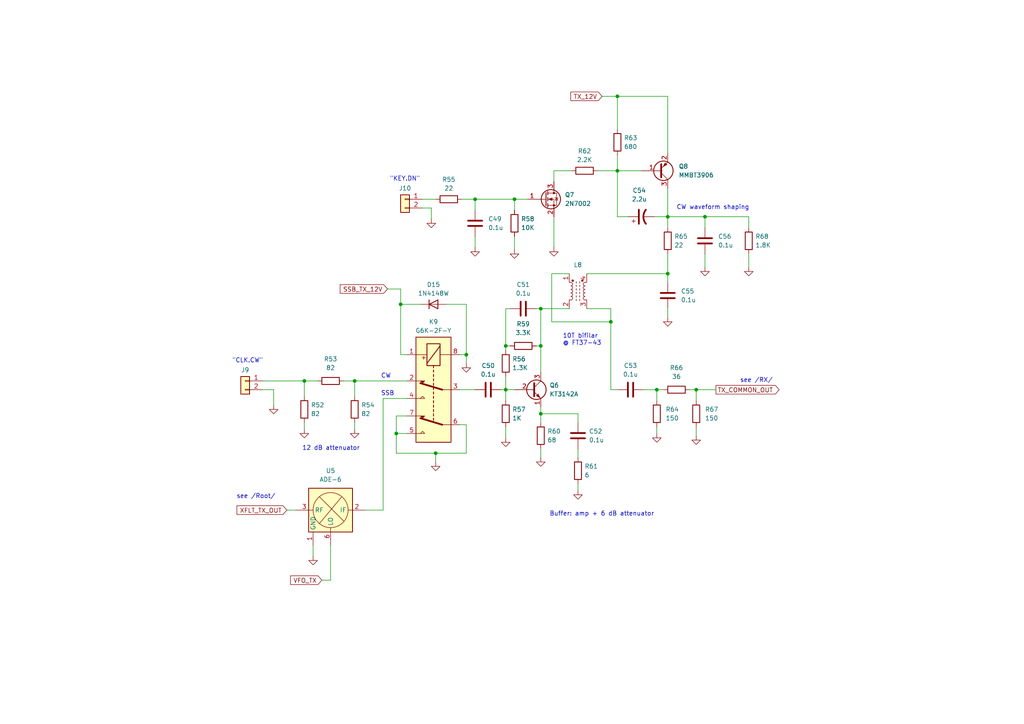
<source format=kicad_sch>
(kicad_sch (version 20230121) (generator eeschema)
  (paper "A4")
  (title_block (title "HBR/MK2 RXTX Board") (date "2024-02-03") (rev "1.0"))
  (lib_symbols
    (symbol "Connector_Generic:Conn_01x02" (pin_names (offset 1.016) hide)
      (property "Reference" "J" (at 0 2.54 0))
      (property "Value" "Conn_01x02" (at 0 -5.08 0))
      (symbol "Conn_01x02_1_1"
        (rectangle (start -1.27 -2.413) (end 0 -2.667) (stroke (width 0.1524)))
        (rectangle (start -1.27 0.127) (end 0 -0.127) (stroke (width 0.1524)))
        (rectangle (start -1.27 1.27) (end 1.27 -3.81) (stroke (width 0.254)) (fill (type background)))
        (pin passive line (at -5.08 0 0) (length 3.81) (name "Pin_1") (number "1"))
        (pin passive line (at -5.08 -2.54 0) (length 3.81) (name "Pin_2") (number "2"))
      )
    )
    (symbol "Device:C" (pin_numbers hide) (pin_names (offset 0.254))
      (property "Reference" "C" (at 0.635 2.54 0))
      (property "Value" "C" (at 0.635 -2.54 0))
      (symbol "C_0_1"
        (polyline (pts (xy -2.032 -0.762) (xy 2.032 -0.762)) (stroke (width 0.508)))
        (polyline (pts (xy -2.032 0.762) (xy 2.032 0.762)) (stroke (width 0.508)))
      )
      (symbol "C_1_1"
        (pin passive line (at 0 3.81 270) (length 2.794) (name "~") (number "1"))
        (pin passive line (at 0 -3.81 90) (length 2.794) (name "~") (number "2"))
      )
    )
    (symbol "Device:C_Polarized_US" (pin_numbers hide) (pin_names (offset 0.254) hide)
      (property "Reference" "C" (at 0.635 2.54 0))
      (property "Value" "C_Polarized_US" (at 0.635 -2.54 0))
      (symbol "C_Polarized_US_0_1"
        (polyline (pts (xy -2.032 0.762) (xy 2.032 0.762)) (stroke (width 0.508)))
        (polyline (pts (xy -1.778 2.286) (xy -0.762 2.286)))
        (polyline (pts (xy -1.27 1.778) (xy -1.27 2.794)))
        (arc (start 2.032 -1.27) (mid 0 -0.5572) (end -2.032 -1.27) (stroke (width 0.508)))
      )
      (symbol "C_Polarized_US_1_1"
        (pin passive line (at 0 3.81 270) (length 2.794) (name "~") (number "1"))
        (pin passive line (at 0 -3.81 90) (length 3.302) (name "~") (number "2"))
      )
    )
    (symbol "Device:L_Ferrite_Coupled_1243" (pin_names (offset 0.254) hide)
      (property "Reference" "L" (at 0 4.445 0))
      (property "Value" "L_Ferrite_Coupled_1243" (at 0 -4.445 0))
      (symbol "L_Ferrite_Coupled_1243_0_1"
        (circle (center -3.048 -1.27) (radius 0.254) (fill (type outline)))
        (circle (center -3.048 1.524) (radius 0.254) (fill (type outline)))
        (arc (start -2.54 2.032) (mid -2.032 1.5262) (end -1.524 2.032))
        (arc (start -1.524 -2.032) (mid -2.032 -1.5262) (end -2.54 -2.032))
        (arc (start -1.524 2.032) (mid -1.016 1.5262) (end -0.508 2.032))
        (arc (start -0.508 -2.032) (mid -1.016 -1.5262) (end -1.524 -2.032))
        (arc (start -0.508 2.032) (mid 0 1.5262) (end 0.508 2.032))
        (polyline (pts (xy -2.794 -0.508) (xy -2.286 -0.508)))
        (polyline (pts (xy -2.794 0.508) (xy -2.286 0.508)))
        (polyline (pts (xy -2.54 -2.032) (xy -2.54 -2.54)))
        (polyline (pts (xy -2.54 2.032) (xy -2.54 2.54)))
        (polyline (pts (xy -1.778 -0.508) (xy -1.27 -0.508)))
        (polyline (pts (xy -1.778 0.508) (xy -1.27 0.508)))
        (polyline (pts (xy -0.762 -0.508) (xy -0.254 -0.508)))
        (polyline (pts (xy -0.762 0.508) (xy -0.254 0.508)))
        (polyline (pts (xy 0.254 -0.508) (xy 0.762 -0.508)))
        (polyline (pts (xy 0.254 0.508) (xy 0.762 0.508)))
        (polyline (pts (xy 1.27 -0.508) (xy 1.778 -0.508)))
        (polyline (pts (xy 1.27 0.508) (xy 1.778 0.508)))
        (polyline (pts (xy 2.286 -0.508) (xy 2.794 -0.508)))
        (polyline (pts (xy 2.286 0.508) (xy 2.794 0.508)))
        (polyline (pts (xy 2.54 -2.032) (xy 2.54 -2.54)))
        (polyline (pts (xy 2.54 2.54) (xy 2.54 2.032)))
        (arc (start 0.508 -2.032) (mid 0 -1.5262) (end -0.508 -2.032))
        (arc (start 0.508 2.032) (mid 1.016 1.5262) (end 1.524 2.032))
        (arc (start 1.524 -2.032) (mid 1.016 -1.5262) (end 0.508 -2.032))
        (arc (start 1.524 2.032) (mid 2.032 1.5262) (end 2.54 2.032))
        (arc (start 2.54 -2.032) (mid 2.032 -1.5262) (end 1.524 -2.032))
      )
      (symbol "L_Ferrite_Coupled_1243_1_1"
        (pin passive line (at -5.08 2.54 0) (length 2.54) (name "1") (number "1"))
        (pin passive line (at 5.08 2.54 180) (length 2.54) (name "2") (number "2"))
        (pin passive line (at 5.08 -2.54 180) (length 2.54) (name "3") (number "3"))
        (pin passive line (at -5.08 -2.54 0) (length 2.54) (name "4") (number "4"))
      )
    )
    (symbol "Device:Q_NPN_EBC" (pin_names (offset 0) hide)
      (property "Reference" "Q" (at 5.08 1.27 0))
      (property "Value" "Q_NPN_EBC" (at 5.08 -1.27 0))
      (symbol "Q_NPN_EBC_0_1"
        (polyline (pts (xy 0.635 0.635) (xy 2.54 2.54)))
        (polyline (pts (xy 0.635 -0.635) (xy 2.54 -2.54) (xy 2.54 -2.54)))
        (polyline (pts (xy 0.635 1.905) (xy 0.635 -1.905) (xy 0.635 -1.905)) (stroke (width 0.508)))
        (polyline (pts (xy 1.27 -1.778) (xy 1.778 -1.27) (xy 2.286 -2.286) (xy 1.27 -1.778) (xy 1.27 -1.778)) (fill (type outline)))
        (circle (center 1.27 0) (radius 2.8194) (stroke (width 0.254)))
      )
      (symbol "Q_NPN_EBC_1_1"
        (pin passive line (at 2.54 -5.08 90) (length 2.54) (name "E") (number "1"))
        (pin passive line (at -5.08 0 0) (length 5.715) (name "B") (number "2"))
        (pin passive line (at 2.54 5.08 270) (length 2.54) (name "C") (number "3"))
      )
    )
    (symbol "Device:R" (pin_numbers hide) (pin_names (offset 0))
      (property "Reference" "R" (at 2.032 0 90))
      (property "Value" "R" (at 0 0 90))
      (symbol "R_0_1"
        (rectangle (start -1.016 -2.54) (end 1.016 2.54) (stroke (width 0.254)))
      )
      (symbol "R_1_1"
        (pin passive line (at 0 3.81 270) (length 1.27) (name "~") (number "1"))
        (pin passive line (at 0 -3.81 90) (length 1.27) (name "~") (number "2"))
      )
    )
    (symbol "Diode:1N4148W" (pin_numbers hide) (pin_names hide)
      (property "Reference" "D" (at 0 2.54 0))
      (property "Value" "1N4148W" (at 0 -2.54 0))
      (symbol "1N4148W_0_1"
        (polyline (pts (xy -1.27 1.27) (xy -1.27 -1.27)) (stroke (width 0.254)))
        (polyline (pts (xy 1.27 0) (xy -1.27 0)))
        (polyline (pts (xy 1.27 1.27) (xy 1.27 -1.27) (xy -1.27 0) (xy 1.27 1.27)) (stroke (width 0.254)))
      )
      (symbol "1N4148W_1_1"
        (pin passive line (at -3.81 0 0) (length 2.54) (name "K") (number "1"))
        (pin passive line (at 3.81 0 180) (length 2.54) (name "A") (number "2"))
      )
    )
    (symbol "RF_Mixer:ADE-6"
      (property "Reference" "U" (at -6.35 7.62 0))
      (property "Value" "ADE-6" (at 6.35 7.62 0))
      (symbol "ADE-6_0_1"
        (rectangle (start -6.35 6.35) (end 6.35 -6.35) (stroke (width 0.254)) (fill (type background)))
        (polyline (pts (xy -3.175 -3.81) (xy 3.175 3.81)))
        (polyline (pts (xy 3.81 -3.175) (xy -3.175 3.81)))
        (circle (center 0 0) (radius 5.08))
      )
      (symbol "ADE-6_1_1"
        (pin power_in line (at -5.08 -10.16 90) (length 3.81) (name "GND") (number "1"))
        (pin output line (at 10.16 0 180) (length 5.08) (name "IF") (number "2"))
        (pin input line (at -10.16 0 0) (length 5.08) (name "RF") (number "3"))
        (pin passive line (at -5.08 -10.16 90) (length 3.81) hide (name "GND") (number "4"))
        (pin passive line (at -5.08 -10.16 90) (length 3.81) hide (name "GND") (number "5"))
        (pin input line (at 0 -10.16 90) (length 5.08) (name "LO") (number "6"))
      )
    )
    (symbol "Relay:G6K-2"
      (property "Reference" "K" (at 16.51 3.81 0))
      (property "Value" "G6K-2" (at 16.51 1.27 0))
      (symbol "G6K-2_0_0"
        (text "+" (at -9.271 2.921 0) (effects (font (size 1.27 1.27))))
      )
      (symbol "G6K-2_0_1"
        (rectangle (start -15.24 5.08) (end 15.24 -5.08) (stroke (width 0.254)) (fill (type background)))
        (rectangle (start -13.335 1.905) (end -6.985 -1.905) (stroke (width 0.254)))
        (polyline (pts (xy -12.7 -1.905) (xy -7.62 1.905)) (stroke (width 0.254)))
        (polyline (pts (xy -10.16 -5.08) (xy -10.16 -1.905)))
        (polyline (pts (xy -10.16 5.08) (xy -10.16 1.905)))
        (polyline (pts (xy -6.985 0) (xy -6.35 0)) (stroke (width 0.254)))
        (polyline (pts (xy -5.715 0) (xy -5.08 0)) (stroke (width 0.254)))
        (polyline (pts (xy -4.445 0) (xy -3.81 0)) (stroke (width 0.254)))
        (polyline (pts (xy -3.175 0) (xy -2.54 0)) (stroke (width 0.254)))
        (polyline (pts (xy -1.905 0) (xy -1.27 0)) (stroke (width 0.254)))
        (polyline (pts (xy -0.635 0) (xy 0 0)) (stroke (width 0.254)))
        (polyline (pts (xy 0 -2.54) (xy -1.905 3.81)) (stroke (width 0.508)))
        (polyline (pts (xy 0 -2.54) (xy 0 -5.08)))
        (polyline (pts (xy 0.635 0) (xy 1.27 0)) (stroke (width 0.254)))
        (polyline (pts (xy 1.905 0) (xy 2.54 0)) (stroke (width 0.254)))
        (polyline (pts (xy 3.175 0) (xy 3.81 0)) (stroke (width 0.254)))
        (polyline (pts (xy 4.445 0) (xy 5.08 0)) (stroke (width 0.254)))
        (polyline (pts (xy 5.715 0) (xy 6.35 0)) (stroke (width 0.254)))
        (polyline (pts (xy 6.985 0) (xy 7.62 0)) (stroke (width 0.254)))
        (polyline (pts (xy 8.255 0) (xy 8.89 0)) (stroke (width 0.254)))
        (polyline (pts (xy 10.16 -2.54) (xy 8.255 3.81)) (stroke (width 0.508)))
        (polyline (pts (xy 10.16 -2.54) (xy 10.16 -5.08)))
        (polyline (pts (xy -2.54 5.08) (xy -2.54 2.54) (xy -1.905 3.175) (xy -2.54 3.81)) (fill (type outline)))
        (polyline (pts (xy 2.54 5.08) (xy 2.54 2.54) (xy 1.905 3.175) (xy 2.54 3.81)))
        (polyline (pts (xy 7.62 5.08) (xy 7.62 2.54) (xy 8.255 3.175) (xy 7.62 3.81)) (fill (type outline)))
        (polyline (pts (xy 12.7 5.08) (xy 12.7 2.54) (xy 12.065 3.175) (xy 12.7 3.81)))
      )
      (symbol "G6K-2_1_1"
        (pin passive line (at -10.16 7.62 270) (length 2.54) (name "~") (number "1"))
        (pin passive line (at -2.54 7.62 270) (length 2.54) (name "~") (number "2"))
        (pin passive line (at 0 -7.62 90) (length 2.54) (name "~") (number "3"))
        (pin passive line (at 2.54 7.62 270) (length 2.54) (name "~") (number "4"))
        (pin passive line (at 12.7 7.62 270) (length 2.54) (name "~") (number "5"))
        (pin passive line (at 10.16 -7.62 90) (length 2.54) (name "~") (number "6"))
        (pin passive line (at 7.62 7.62 270) (length 2.54) (name "~") (number "7"))
        (pin passive line (at -10.16 -7.62 90) (length 2.54) (name "~") (number "8"))
      )
    )
    (symbol "Transistor_BJT:MMBT3906" (pin_names (offset 0) hide)
      (property "Reference" "Q" (at 5.08 1.905 0))
      (property "Value" "MMBT3906" (at 5.08 0 0))
      (symbol "MMBT3906_0_1"
        (polyline (pts (xy 0.635 0.635) (xy 2.54 2.54)))
        (polyline (pts (xy 0.635 -0.635) (xy 2.54 -2.54) (xy 2.54 -2.54)))
        (polyline (pts (xy 0.635 1.905) (xy 0.635 -1.905) (xy 0.635 -1.905)) (stroke (width 0.508)))
        (polyline (pts (xy 2.286 -1.778) (xy 1.778 -2.286) (xy 1.27 -1.27) (xy 2.286 -1.778) (xy 2.286 -1.778)) (fill (type outline)))
        (circle (center 1.27 0) (radius 2.8194) (stroke (width 0.254)))
      )
      (symbol "MMBT3906_1_1"
        (pin input line (at -5.08 0 0) (length 5.715) (name "B") (number "1"))
        (pin passive line (at 2.54 -5.08 90) (length 2.54) (name "E") (number "2"))
        (pin passive line (at 2.54 5.08 270) (length 2.54) (name "C") (number "3"))
      )
    )
    (symbol "Transistor_FET:2N7002" (pin_names hide)
      (property "Reference" "Q" (at 5.08 1.905 0))
      (property "Value" "2N7002" (at 5.08 0 0))
      (symbol "2N7002_0_1"
        (polyline (pts (xy 0.254 0) (xy -2.54 0)))
        (polyline (pts (xy 0.254 1.905) (xy 0.254 -1.905)) (stroke (width 0.254)))
        (polyline (pts (xy 0.762 -1.27) (xy 0.762 -2.286)) (stroke (width 0.254)))
        (polyline (pts (xy 0.762 0.508) (xy 0.762 -0.508)) (stroke (width 0.254)))
        (polyline (pts (xy 0.762 2.286) (xy 0.762 1.27)) (stroke (width 0.254)))
        (polyline (pts (xy 2.54 2.54) (xy 2.54 1.778)))
        (polyline (pts (xy 2.54 -2.54) (xy 2.54 0) (xy 0.762 0)))
        (polyline (pts (xy 0.762 -1.778) (xy 3.302 -1.778) (xy 3.302 1.778) (xy 0.762 1.778)))
        (polyline (pts (xy 1.016 0) (xy 2.032 0.381) (xy 2.032 -0.381) (xy 1.016 0)) (fill (type outline)))
        (polyline (pts (xy 2.794 0.508) (xy 2.921 0.381) (xy 3.683 0.381) (xy 3.81 0.254)))
        (polyline (pts (xy 3.302 0.381) (xy 2.921 -0.254) (xy 3.683 -0.254) (xy 3.302 0.381)))
        (circle (center 1.651 0) (radius 2.794) (stroke (width 0.254)))
        (circle (center 2.54 -1.778) (radius 0.254) (fill (type outline)))
        (circle (center 2.54 1.778) (radius 0.254) (fill (type outline)))
      )
      (symbol "2N7002_1_1"
        (pin input line (at -5.08 0 0) (length 2.54) (name "G") (number "1"))
        (pin passive line (at 2.54 -5.08 90) (length 2.54) (name "S") (number "2"))
        (pin passive line (at 2.54 5.08 270) (length 2.54) (name "D") (number "3"))
      )
    )
    (symbol "power:GND" (power) (pin_names (offset 0))
      (property "Value" "GND" (at 0 -3.81 0))
      (symbol "GND_0_1"
        (polyline (pts (xy 0 0) (xy 0 -1.27) (xy 1.27 -1.27) (xy 0 -2.54) (xy -1.27 -1.27) (xy 0 -1.27)))
      )
      (symbol "GND_1_1"
        (pin power_in line (at 0 0 270) (length 0) hide (name "GND") (number "1"))
      )
    )
  )
  (junction (at 193.675 62.865))
  (junction (at 137.795 57.785))
  (junction (at 146.685 113.03))
  (junction (at 179.07 27.94))
  (junction (at 204.47 62.865))
  (junction (at 126.365 131.445))
  (junction (at 177.165 93.345))
  (junction (at 88.265 110.49))
  (junction (at 102.87 110.49))
  (junction (at 190.5 113.03))
  (junction (at 156.845 100.33))
  (junction (at 146.685 100.33))
  (junction (at 114.935 125.73))
  (junction (at 179.07 49.53))
  (junction (at 156.845 120.015))
  (junction (at 149.225 57.785))
  (junction (at 156.845 89.535))
  (junction (at 135.255 102.87))
  (junction (at 193.675 79.375))
  (junction (at 116.205 88.265))
  (junction (at 201.93 113.03))
  (wire (pts (xy 114.935 131.445) (xy 114.935 125.73)))
  (wire (pts (xy 111.125 147.955) (xy 111.125 115.57)))
  (wire (pts (xy 179.07 62.865) (xy 179.07 49.53)))
  (wire (pts (xy 79.375 117.475) (xy 79.375 113.03)))
  (wire (pts (xy 79.375 113.03) (xy 76.2 113.03)))
  (wire (pts (xy 137.795 68.58) (xy 137.795 71.755)))
  (wire (pts (xy 193.675 73.66) (xy 193.675 79.375)))
  (wire (pts (xy 146.685 109.22) (xy 146.685 113.03)))
  (wire (pts (xy 116.205 83.82) (xy 116.205 88.265)))
  (wire (pts (xy 179.07 45.085) (xy 179.07 49.53)))
  (wire (pts (xy 118.11 102.87) (xy 116.205 102.87)))
  (wire (pts (xy 146.685 123.825) (xy 146.685 127)))
  (wire (pts (xy 135.255 123.19) (xy 133.35 123.19)))
  (wire (pts (xy 193.675 62.865) (xy 193.675 66.04)))
  (wire (pts (xy 125.095 63.5) (xy 125.095 60.325)))
  (wire (pts (xy 95.885 168.275) (xy 95.885 158.115)))
  (wire (pts (xy 116.205 88.265) (xy 121.92 88.265)))
  (wire (pts (xy 160.655 62.865) (xy 160.655 71.755)))
  (wire (pts (xy 160.02 93.345) (xy 177.165 93.345)))
  (wire (pts (xy 193.675 54.61) (xy 193.675 62.865)))
  (wire (pts (xy 116.205 102.87) (xy 116.205 88.265)))
  (wire (pts (xy 146.685 100.33) (xy 146.685 89.535)))
  (wire (pts (xy 83.185 147.955) (xy 85.725 147.955)))
  (wire (pts (xy 156.845 118.11) (xy 156.845 120.015)))
  (wire (pts (xy 170.18 89.535) (xy 177.165 89.535)))
  (wire (pts (xy 146.685 113.03) (xy 146.685 116.205)))
  (wire (pts (xy 133.985 57.785) (xy 137.795 57.785)))
  (wire (pts (xy 201.93 113.03) (xy 201.93 116.205)))
  (wire (pts (xy 133.35 113.03) (xy 137.795 113.03)))
  (wire (pts (xy 179.07 49.53) (xy 186.055 49.53)))
  (wire (pts (xy 182.245 62.865) (xy 179.07 62.865)))
  (wire (pts (xy 125.095 60.325) (xy 122.555 60.325)))
  (wire (pts (xy 135.255 102.87) (xy 135.255 88.265)))
  (wire (pts (xy 137.795 57.785) (xy 149.225 57.785)))
  (wire (pts (xy 146.685 100.33) (xy 146.685 101.6)))
  (wire (pts (xy 102.87 110.49) (xy 102.87 114.935)))
  (wire (pts (xy 201.93 123.825) (xy 201.93 126.365)))
  (wire (pts (xy 177.165 93.345) (xy 177.165 113.03)))
  (wire (pts (xy 155.575 89.535) (xy 156.845 89.535)))
  (wire (pts (xy 193.675 79.375) (xy 193.675 81.915)))
  (wire (pts (xy 88.265 122.555) (xy 88.265 124.46)))
  (wire (pts (xy 167.64 120.015) (xy 167.64 122.555)))
  (wire (pts (xy 149.225 57.785) (xy 149.225 60.96)))
  (wire (pts (xy 156.845 120.015) (xy 156.845 122.555)))
  (wire (pts (xy 190.5 113.03) (xy 192.405 113.03)))
  (wire (pts (xy 190.5 123.825) (xy 190.5 125.73)))
  (wire (pts (xy 99.695 110.49) (xy 102.87 110.49)))
  (wire (pts (xy 156.845 100.33) (xy 156.845 107.95)))
  (wire (pts (xy 204.47 73.66) (xy 204.47 77.47)))
  (wire (pts (xy 179.07 37.465) (xy 179.07 27.94)))
  (wire (pts (xy 111.125 115.57) (xy 118.11 115.57)))
  (wire (pts (xy 201.93 113.03) (xy 207.645 113.03)))
  (wire (pts (xy 135.255 105.41) (xy 135.255 102.87)))
  (wire (pts (xy 76.2 110.49) (xy 88.265 110.49)))
  (wire (pts (xy 146.685 113.03) (xy 149.225 113.03)))
  (wire (pts (xy 160.02 79.375) (xy 165.1 79.375)))
  (wire (pts (xy 156.845 89.535) (xy 165.1 89.535)))
  (wire (pts (xy 193.675 27.94) (xy 193.675 44.45)))
  (wire (pts (xy 135.255 88.265) (xy 129.54 88.265)))
  (wire (pts (xy 160.655 52.705) (xy 160.655 49.53)))
  (wire (pts (xy 93.345 168.275) (xy 95.885 168.275)))
  (wire (pts (xy 146.685 89.535) (xy 147.955 89.535)))
  (wire (pts (xy 160.655 49.53) (xy 165.735 49.53)))
  (wire (pts (xy 126.365 131.445) (xy 114.935 131.445)))
  (wire (pts (xy 167.64 140.335) (xy 167.64 142.24)))
  (wire (pts (xy 189.865 62.865) (xy 193.675 62.865)))
  (wire (pts (xy 190.5 113.03) (xy 190.5 116.205)))
  (wire (pts (xy 193.675 62.865) (xy 204.47 62.865)))
  (wire (pts (xy 173.355 49.53) (xy 179.07 49.53)))
  (wire (pts (xy 90.805 158.115) (xy 90.805 161.29)))
  (wire (pts (xy 177.165 113.03) (xy 179.07 113.03)))
  (wire (pts (xy 126.365 133.985) (xy 126.365 131.445)))
  (wire (pts (xy 112.395 83.82) (xy 116.205 83.82)))
  (wire (pts (xy 179.07 27.94) (xy 193.675 27.94)))
  (wire (pts (xy 135.255 131.445) (xy 135.255 123.19)))
  (wire (pts (xy 106.045 147.955) (xy 111.125 147.955)))
  (wire (pts (xy 217.17 62.865) (xy 217.17 66.04)))
  (wire (pts (xy 137.795 57.785) (xy 137.795 60.96)))
  (wire (pts (xy 126.365 131.445) (xy 135.255 131.445)))
  (wire (pts (xy 102.87 110.49) (xy 118.11 110.49)))
  (wire (pts (xy 177.165 89.535) (xy 177.165 93.345)))
  (wire (pts (xy 149.225 68.58) (xy 149.225 72.39)))
  (wire (pts (xy 114.935 125.73) (xy 114.935 120.65)))
  (wire (pts (xy 200.025 113.03) (xy 201.93 113.03)))
  (wire (pts (xy 122.555 57.785) (xy 126.365 57.785)))
  (wire (pts (xy 179.07 27.94) (xy 174.625 27.94)))
  (wire (pts (xy 156.845 120.015) (xy 167.64 120.015)))
  (wire (pts (xy 170.18 79.375) (xy 193.675 79.375)))
  (wire (pts (xy 204.47 62.865) (xy 217.17 62.865)))
  (wire (pts (xy 156.845 100.33) (xy 156.845 89.535)))
  (wire (pts (xy 88.265 110.49) (xy 92.075 110.49)))
  (wire (pts (xy 217.17 73.66) (xy 217.17 77.47)))
  (wire (pts (xy 118.11 120.65) (xy 114.935 120.65)))
  (wire (pts (xy 155.575 100.33) (xy 156.845 100.33)))
  (wire (pts (xy 102.87 122.555) (xy 102.87 124.46)))
  (wire (pts (xy 160.02 79.375) (xy 160.02 93.345)))
  (wire (pts (xy 149.225 57.785) (xy 153.035 57.785)))
  (wire (pts (xy 88.265 110.49) (xy 88.265 114.935)))
  (wire (pts (xy 135.255 102.87) (xy 133.35 102.87)))
  (wire (pts (xy 204.47 62.865) (xy 204.47 66.04)))
  (wire (pts (xy 114.935 125.73) (xy 118.11 125.73)))
  (wire (pts (xy 186.69 113.03) (xy 190.5 113.03)))
  (wire (pts (xy 193.675 89.535) (xy 193.675 92.075)))
  (wire (pts (xy 156.845 130.175) (xy 156.845 132.715)))
  (wire (pts (xy 145.415 113.03) (xy 146.685 113.03)))
  (wire (pts (xy 167.64 130.175) (xy 167.64 132.715)))
  (wire (pts (xy 147.955 100.33) (xy 146.685 100.33)))
  (text "\"KEY.DN\"" (at 113.03 52.705 0) (effects (font (size 1.27 1.27)) (justify left bottom)))
  (text "\"CLK.CW\"" (at 67.31 105.41 0) (effects (font (size 1.27 1.27)) (justify left bottom)))
  (text "SSB" (at 110.49 114.935 0) (effects (font (size 1.27 1.27)) (justify left bottom)))
  (text "12 dB attenuator" (at 87.63 130.81 0) (effects (font (size 1.27 1.27)) (justify left bottom)))
  (text "see /Root/" (at 68.58 144.78 0) (effects (font (size 1.27 1.27)) (justify left bottom)))
  (text "see /RX/" (at 214.63 111.125 0) (effects (font (size 1.27 1.27)) (justify left bottom)))
  (text "Buffer: amp + 6 dB attenuator" (at 159.385 149.86 0) (effects (font (size 1.27 1.27)) (justify left bottom)))
  (text "10T bifilar\n@ FT37-43" (at 163.195 100.33 0) (effects (font (size 1.27 1.27)) (justify left bottom)))
  (text "CW" (at 110.49 109.855 0) (effects (font (size 1.27 1.27)) (justify left bottom)))
  (text "CW waveform shaping\n" (at 196.215 60.96 0) (effects (font (size 1.27 1.27)) (justify left bottom)))
  (global_label "VFO_TX" (shape input) (at 93.345 168.275 180) (property "Intersheetrefs" "${INTERSHEET_REFS}" (effects hide)))
  (global_label "XFLT_TX_OUT" (shape input) (at 83.185 147.955 180) (property "Intersheetrefs" "${INTERSHEET_REFS}" (effects hide)))
  (global_label "SSB_TX_12V" (shape input) (at 112.395 83.82 180) (property "Intersheetrefs" "${INTERSHEET_REFS}" (effects hide)))
  (global_label "TX_COMMON_OUT" (shape output) (at 207.645 113.03 0) (property "Intersheetrefs" "${INTERSHEET_REFS}" (effects hide)))
  (global_label "TX_12V" (shape input) (at 174.625 27.94 180) (property "Intersheetrefs" "${INTERSHEET_REFS}" (effects hide)))
  (symbol (lib_id "power:GND") (at 167.64 142.24 0) (unit 1)
    (property "Reference" "#PWR089" (effects hide))
    (property "Value" "GND" (effects hide))
  )
  (symbol (lib_id "Device:C") (at 167.64 126.365 180) (unit 1)
    (property "Reference" "C52" (at 170.815 125.095 0) (effects (justify right)))
    (property "Value" "0.1u" (at 170.815 127.635 0) (effects (justify right)))
    (property "Footprint" "Capacitor_SMD:C_0805_2012Metric_Pad1.18x1.45mm_HandSolder" (effects hide))
  )
  (symbol (lib_id "Transistor_BJT:MMBT3906") (at 191.135 49.53 0) (mirror x) (unit 1)
    (property "Reference" "Q8" (at 196.85 48.26 0) (effects (justify left)))
    (property "Value" "MMBT3906" (at 196.85 50.8 0) (effects (justify left)))
    (property "Footprint" "Package_TO_SOT_SMD:SOT-23" (effects hide))
    (property "Datasheet" "https://www.onsemi.com/pdf/datasheet/pzt3906-d.pdf" (effects hide))
  )
  (symbol (lib_id "Device:R") (at 146.685 105.41 0) (unit 1)
    (property "Reference" "R56" (at 148.59 104.14 0) (effects (justify left)))
    (property "Value" "1.3K" (at 148.59 106.68 0) (effects (justify left)))
    (property "Footprint" "Resistor_SMD:R_0805_2012Metric_Pad1.20x1.40mm_HandSolder" (effects hide))
  )
  (symbol (lib_id "power:GND") (at 204.47 77.47 0) (unit 1)
    (property "Reference" "#PWR093" (effects hide))
    (property "Value" "GND" (effects hide))
  )
  (symbol (lib_id "Connector_Generic:Conn_01x02") (at 117.475 57.785 0) (mirror y) (unit 1) (in_bom no)
    (property "Reference" "J10" (at 117.475 54.61 0))
    (property "Value" "Conn_01x02" (effects hide))
    (property "Footprint" "Connector_PinHeader_2.54mm:PinHeader_1x02_P2.54mm_Vertical" (effects hide))
  )
  (symbol (lib_id "Diode:1N4148W") (at 125.73 88.265 0) (unit 1)
    (property "Reference" "D15" (at 125.73 82.55 0))
    (property "Value" "1N4148W" (at 125.73 85.09 0))
    (property "Footprint" "Diode_SMD:D_SOD-123" (effects hide))
    (property "Datasheet" "https://www.vishay.com/docs/85748/1n4148w.pdf" (effects hide))
    (property "Sim.Device" "D" (effects hide))
    (property "Sim.Pins" "1=K 2=A" (effects hide))
  )
  (symbol (lib_id "Device:C") (at 141.605 113.03 90) (unit 1)
    (property "Reference" "C50" (at 141.605 106.045 90))
    (property "Value" "0.1u" (at 141.605 108.585 90))
    (property "Footprint" "Capacitor_SMD:C_0805_2012Metric_Pad1.18x1.45mm_HandSolder" (effects hide))
  )
  (symbol (lib_id "Connector_Generic:Conn_01x02") (at 71.12 110.49 0) (mirror y) (unit 1) (in_bom no)
    (property "Reference" "J9" (at 71.12 107.315 0))
    (property "Value" "Conn_01x02" (effects hide))
    (property "Footprint" "Connector_PinHeader_2.54mm:PinHeader_1x02_P2.54mm_Vertical" (effects hide))
  )
  (symbol (lib_id "Device:R") (at 88.265 118.745 0) (unit 1)
    (property "Reference" "R52" (at 90.17 117.475 0) (effects (justify left)))
    (property "Value" "82" (at 90.17 120.015 0) (effects (justify left)))
    (property "Footprint" "Resistor_SMD:R_0805_2012Metric_Pad1.20x1.40mm_HandSolder" (effects hide))
  )
  (symbol (lib_id "power:GND") (at 102.87 124.46 0) (unit 1)
    (property "Reference" "#PWR081" (effects hide))
    (property "Value" "GND" (effects hide))
  )
  (symbol (lib_id "Device:C") (at 182.88 113.03 90) (unit 1)
    (property "Reference" "C53" (at 182.88 106.045 90))
    (property "Value" "0.1u" (at 182.88 108.585 90))
    (property "Footprint" "Capacitor_SMD:C_0805_2012Metric_Pad1.18x1.45mm_HandSolder" (effects hide))
  )
  (symbol (lib_id "Device:R") (at 179.07 41.275 0) (unit 1)
    (property "Reference" "R63" (at 180.975 40.005 0) (effects (justify left)))
    (property "Value" "680" (at 180.975 42.545 0) (effects (justify left)))
    (property "Footprint" "Resistor_SMD:R_0805_2012Metric_Pad1.20x1.40mm_HandSolder" (effects hide))
  )
  (symbol (lib_id "power:GND") (at 137.795 71.755 0) (unit 1)
    (property "Reference" "#PWR084" (effects hide))
    (property "Value" "GND" (effects hide))
  )
  (symbol (lib_id "Device:R") (at 130.175 57.785 90) (unit 1)
    (property "Reference" "R55" (at 130.175 52.07 90))
    (property "Value" "22" (at 130.175 54.61 90))
    (property "Footprint" "Resistor_SMD:R_0805_2012Metric_Pad1.20x1.40mm_HandSolder" (effects hide))
  )
  (symbol (lib_id "Device:R") (at 149.225 64.77 0) (unit 1)
    (property "Reference" "R58" (at 151.13 63.5 0) (effects (justify left)))
    (property "Value" "10K" (at 151.13 66.04 0) (effects (justify left)))
    (property "Footprint" "Resistor_SMD:R_0805_2012Metric_Pad1.20x1.40mm_HandSolder" (effects hide))
  )
  (symbol (lib_id "Device:R") (at 146.685 120.015 0) (unit 1)
    (property "Reference" "R57" (at 148.59 118.745 0) (effects (justify left)))
    (property "Value" "1K" (at 148.59 121.285 0) (effects (justify left)))
    (property "Footprint" "Resistor_SMD:R_0805_2012Metric_Pad1.20x1.40mm_HandSolder" (effects hide))
  )
  (symbol (lib_id "Device:R") (at 196.215 113.03 90) (unit 1)
    (property "Reference" "R66" (at 196.215 106.68 90))
    (property "Value" "36" (at 196.215 109.22 90))
    (property "Footprint" "Resistor_SMD:R_0805_2012Metric_Pad1.20x1.40mm_HandSolder" (effects hide))
  )
  (symbol (lib_id "Device:C") (at 204.47 69.85 0) (unit 1)
    (property "Reference" "C56" (at 208.28 68.58 0) (effects (justify left)))
    (property "Value" "0.1u" (at 208.28 71.12 0) (effects (justify left)))
    (property "Footprint" "Capacitor_SMD:C_0805_2012Metric_Pad1.18x1.45mm_HandSolder" (effects hide))
  )
  (symbol (lib_id "Device:C") (at 193.675 85.725 0) (unit 1)
    (property "Reference" "C55" (at 197.485 84.455 0) (effects (justify left)))
    (property "Value" "0.1u" (at 197.485 86.995 0) (effects (justify left)))
    (property "Footprint" "Capacitor_SMD:C_0805_2012Metric_Pad1.18x1.45mm_HandSolder" (effects hide))
  )
  (symbol (lib_id "power:GND") (at 217.17 77.47 0) (unit 1)
    (property "Reference" "#PWR094" (effects hide))
    (property "Value" "GND" (effects hide))
  )
  (symbol (lib_id "power:GND") (at 149.225 72.39 0) (unit 1)
    (property "Reference" "#PWR086" (effects hide))
    (property "Value" "GND" (effects hide))
  )
  (symbol (lib_id "Device:R") (at 102.87 118.745 0) (unit 1)
    (property "Reference" "R54" (at 104.775 117.475 0) (effects (justify left)))
    (property "Value" "82" (at 104.775 120.015 0) (effects (justify left)))
    (property "Footprint" "Resistor_SMD:R_0805_2012Metric_Pad1.20x1.40mm_HandSolder" (effects hide))
  )
  (symbol (lib_id "Device:R") (at 217.17 69.85 0) (unit 1)
    (property "Reference" "R68" (at 219.075 68.58 0) (effects (justify left)))
    (property "Value" "1.8K" (at 219.075 71.12 0) (effects (justify left)))
    (property "Footprint" "Resistor_SMD:R_0805_2012Metric_Pad1.20x1.40mm_HandSolder" (effects hide))
  )
  (symbol (lib_id "power:GND") (at 88.265 124.46 0) (unit 1)
    (property "Reference" "#PWR079" (effects hide))
    (property "Value" "GND" (effects hide))
  )
  (symbol (lib_id "Device:R") (at 169.545 49.53 90) (unit 1)
    (property "Reference" "R62" (at 169.545 43.815 90))
    (property "Value" "2.2K" (at 169.545 46.355 90))
    (property "Footprint" "Resistor_SMD:R_0805_2012Metric_Pad1.20x1.40mm_HandSolder" (effects hide))
  )
  (symbol (lib_id "power:GND") (at 146.685 127 0) (unit 1)
    (property "Reference" "#PWR085" (effects hide))
    (property "Value" "GND" (effects hide))
  )
  (symbol (lib_id "Device:R") (at 201.93 120.015 0) (unit 1)
    (property "Reference" "R67" (at 204.47 118.745 0) (effects (justify left)))
    (property "Value" "150" (at 204.47 121.285 0) (effects (justify left)))
    (property "Footprint" "Resistor_SMD:R_0805_2012Metric_Pad1.20x1.40mm_HandSolder" (effects hide))
  )
  (symbol (lib_id "power:GND") (at 190.5 125.73 0) (unit 1)
    (property "Reference" "#PWR090" (effects hide))
    (property "Value" "GND" (effects hide))
  )
  (symbol (lib_id "Device:L_Ferrite_Coupled_1243") (at 167.64 84.455 90) (mirror x) (unit 1)
    (property "Reference" "L8" (at 166.37 76.835 90) (effects (justify right)))
    (property "Value" "FT37-43" (effects hide))
    (property "Footprint" "Package_DIP:DIP-4_W7.62mm" (effects hide))
  )
  (symbol (lib_id "power:GND") (at 135.255 105.41 0) (mirror y) (unit 1)
    (property "Reference" "#PWR083" (effects hide))
    (property "Value" "GND" (effects hide))
  )
  (symbol (lib_id "power:GND") (at 125.095 63.5 0) (unit 1)
    (property "Reference" "#PWR082" (effects hide))
    (property "Value" "GND" (effects hide))
  )
  (symbol (lib_id "Device:R") (at 151.765 100.33 90) (unit 1)
    (property "Reference" "R59" (at 151.765 93.98 90))
    (property "Value" "3.3K" (at 151.765 96.52 90))
    (property "Footprint" "Resistor_SMD:R_0805_2012Metric_Pad1.20x1.40mm_HandSolder" (effects hide))
  )
  (symbol (lib_id "power:GND") (at 193.675 92.075 0) (unit 1)
    (property "Reference" "#PWR091" (effects hide))
    (property "Value" "GND" (effects hide))
  )
  (symbol (lib_id "power:GND") (at 79.375 117.475 0) (unit 1)
    (property "Reference" "#PWR078" (effects hide))
    (property "Value" "GND" (effects hide))
  )
  (symbol (lib_id "Device:C") (at 151.765 89.535 90) (unit 1)
    (property "Reference" "C51" (at 151.765 82.55 90))
    (property "Value" "0.1u" (at 151.765 85.09 90))
    (property "Footprint" "Capacitor_SMD:C_0805_2012Metric_Pad1.18x1.45mm_HandSolder" (effects hide))
  )
  (symbol (lib_id "power:GND") (at 156.845 132.715 0) (unit 1)
    (property "Reference" "#PWR087" (effects hide))
    (property "Value" "GND" (effects hide))
  )
  (symbol (lib_id "Device:R") (at 190.5 120.015 0) (unit 1)
    (property "Reference" "R64" (at 193.04 118.745 0) (effects (justify left)))
    (property "Value" "150" (at 193.04 121.285 0) (effects (justify left)))
    (property "Footprint" "Resistor_SMD:R_0805_2012Metric_Pad1.20x1.40mm_HandSolder" (effects hide))
  )
  (symbol (lib_id "Device:C") (at 137.795 64.77 0) (unit 1)
    (property "Reference" "C49" (at 141.605 63.5 0) (effects (justify left)))
    (property "Value" "0.1u" (at 141.605 66.04 0) (effects (justify left)))
    (property "Footprint" "Capacitor_SMD:C_0805_2012Metric_Pad1.18x1.45mm_HandSolder" (effects hide))
  )
  (symbol (lib_id "Device:Q_NPN_EBC") (at 154.305 113.03 0) (unit 1)
    (property "Reference" "Q6" (at 159.385 111.76 0) (effects (justify left)))
    (property "Value" "KT3142A" (at 159.385 114.3 0) (effects (justify left)))
    (property "Footprint" "Package_TO_SOT_THT:TO-18-3" (effects hide))
  )
  (symbol (lib_id "Device:C_Polarized_US") (at 186.055 62.865 90) (unit 1)
    (property "Reference" "C54" (at 185.42 55.245 90))
    (property "Value" "2.2u" (at 185.42 57.785 90))
    (property "Footprint" "Capacitor_SMD:CP_Elec_4x5.4" (effects hide))
  )
  (symbol (lib_id "Transistor_FET:2N7002") (at 158.115 57.785 0) (unit 1)
    (property "Reference" "Q7" (at 163.83 56.515 0) (effects (justify left)))
    (property "Value" "2N7002" (at 163.83 59.055 0) (effects (justify left)))
    (property "Footprint" "Package_TO_SOT_SMD:SOT-23" (effects hide))
    (property "Datasheet" "https://www.onsemi.com/pub/Collateral/NDS7002A-D.PDF" (effects hide))
  )
  (symbol (lib_id "Device:R") (at 95.885 110.49 90) (unit 1)
    (property "Reference" "R53" (at 95.885 104.14 90))
    (property "Value" "82" (at 95.885 106.68 90))
    (property "Footprint" "Resistor_SMD:R_0805_2012Metric_Pad1.20x1.40mm_HandSolder" (effects hide))
  )
  (symbol (lib_id "Device:R") (at 193.675 69.85 0) (unit 1)
    (property "Reference" "R65" (at 195.58 68.58 0) (effects (justify left)))
    (property "Value" "22" (at 195.58 71.12 0) (effects (justify left)))
    (property "Footprint" "Resistor_SMD:R_0805_2012Metric_Pad1.20x1.40mm_HandSolder" (effects hide))
  )
  (symbol (lib_id "power:GND") (at 160.655 71.755 0) (unit 1)
    (property "Reference" "#PWR088" (effects hide))
    (property "Value" "GND" (effects hide))
  )
  (symbol (lib_id "RF_Mixer:ADE-6") (at 95.885 147.955 0) (unit 1)
    (property "Reference" "U5" (at 95.885 136.525 0))
    (property "Value" "ADE-6" (at 95.885 139.065 0))
    (property "Footprint" "RF_Mini-Circuits:Mini-Circuits_CD542_LandPatternPL-052" (effects hide))
  )
  (symbol (lib_id "Device:R") (at 156.845 126.365 0) (unit 1)
    (property "Reference" "R60" (at 158.75 125.095 0) (effects (justify left)))
    (property "Value" "68" (at 158.75 127.635 0) (effects (justify left)))
    (property "Footprint" "Resistor_SMD:R_0805_2012Metric_Pad1.20x1.40mm_HandSolder" (effects hide))
  )
  (symbol (lib_id "power:GND") (at 201.93 126.365 0) (unit 1)
    (property "Reference" "#PWR092" (effects hide))
    (property "Value" "GND" (effects hide))
  )
  (symbol (lib_id "Relay:G6K-2") (at 125.73 113.03 90) (mirror x) (unit 1)
    (property "Reference" "K9" (at 125.73 93.345 90))
    (property "Value" "G6K-2F-Y" (at 125.73 95.885 90))
    (property "Footprint" "Relay_SMD:Relay_DPDT_Omron_G6K-2F-Y" (effects hide))
    (property "Datasheet" "http://omronfs.omron.com/en_US/ecb/products/pdf/en-g6k.pdf" (effects hide))
  )
  (symbol (lib_id "power:GND") (at 90.805 161.29 0) (unit 1)
    (property "Reference" "#PWR080" (effects hide))
    (property "Value" "GND" (effects hide))
  )
  (symbol (lib_id "power:GND") (at 126.365 133.985 0) (unit 1)
    (property "Reference" "#PWR0122" (effects hide))
    (property "Value" "GND" (effects hide))
  )
  (symbol (lib_id "Device:R") (at 167.64 136.525 0) (unit 1)
    (property "Reference" "R61" (at 169.545 135.255 0) (effects (justify left)))
    (property "Value" "6" (at 169.545 137.795 0) (effects (justify left)))
    (property "Footprint" "Resistor_SMD:R_0805_2012Metric_Pad1.20x1.40mm_HandSolder" (effects hide))
  )
)
</source>
